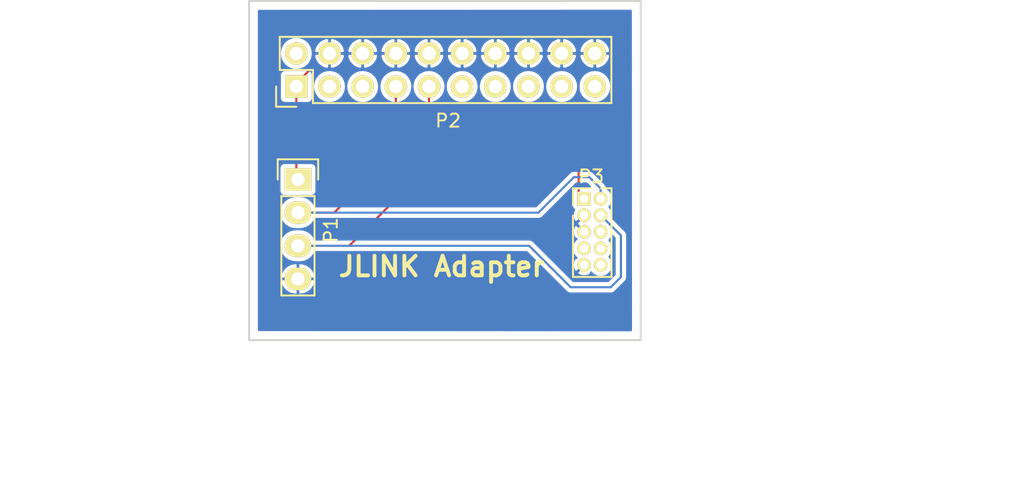
<source format=kicad_pcb>
(kicad_pcb (version 20171130) (host pcbnew "(5.1.5)-3")

  (general
    (thickness 1.6)
    (drawings 6)
    (tracks 28)
    (zones 0)
    (modules 3)
    (nets 17)
  )

  (page A4)
  (layers
    (0 F.Cu signal)
    (31 B.Cu signal)
    (32 B.Adhes user)
    (33 F.Adhes user)
    (34 B.Paste user)
    (35 F.Paste user)
    (36 B.SilkS user)
    (37 F.SilkS user)
    (38 B.Mask user)
    (39 F.Mask user)
    (40 Dwgs.User user)
    (41 Cmts.User user)
    (42 Eco1.User user)
    (43 Eco2.User user)
    (44 Edge.Cuts user)
    (45 Margin user)
    (46 B.CrtYd user)
    (47 F.CrtYd user)
    (48 B.Fab user)
    (49 F.Fab user)
  )

  (setup
    (last_trace_width 0.16)
    (user_trace_width 1)
    (user_trace_width 2)
    (trace_clearance 0.16)
    (zone_clearance 0.32)
    (zone_45_only no)
    (trace_min 0.16)
    (via_size 0.8)
    (via_drill 0.3556)
    (via_min_size 0.8)
    (via_min_drill 0.3556)
    (uvia_size 0.4)
    (uvia_drill 0.125)
    (uvias_allowed no)
    (uvia_min_size 0.4)
    (uvia_min_drill 0.125)
    (edge_width 0.15)
    (segment_width 0.2)
    (pcb_text_width 0.3)
    (pcb_text_size 1.5 1.5)
    (mod_edge_width 0.15)
    (mod_text_size 1 1)
    (mod_text_width 0.15)
    (pad_size 1.524 1.524)
    (pad_drill 0.762)
    (pad_to_mask_clearance 0.08)
    (solder_mask_min_width 0.08)
    (aux_axis_origin 0 0)
    (visible_elements 7FFFFFFF)
    (pcbplotparams
      (layerselection 0x010fc_ffffffff)
      (usegerberextensions false)
      (usegerberattributes false)
      (usegerberadvancedattributes false)
      (creategerberjobfile false)
      (excludeedgelayer true)
      (linewidth 0.020000)
      (plotframeref false)
      (viasonmask false)
      (mode 1)
      (useauxorigin true)
      (hpglpennumber 1)
      (hpglpenspeed 20)
      (hpglpendiameter 15.000000)
      (psnegative false)
      (psa4output false)
      (plotreference true)
      (plotvalue true)
      (plotinvisibletext false)
      (padsonsilk false)
      (subtractmaskfromsilk false)
      (outputformat 1)
      (mirror false)
      (drillshape 0)
      (scaleselection 1)
      (outputdirectory "JLINKadapter_gerbers/"))
  )

  (net 0 "")
  (net 1 /VTREF)
  (net 2 "Net-(P2-Pad2)")
  (net 3 "Net-(P2-Pad3)")
  (net 4 GND)
  (net 5 "Net-(P2-Pad5)")
  (net 6 /SWDIO)
  (net 7 /SWCLK)
  (net 8 "Net-(P2-Pad11)")
  (net 9 "Net-(P2-Pad13)")
  (net 10 "Net-(P2-Pad15)")
  (net 11 "Net-(P2-Pad17)")
  (net 12 "Net-(P2-Pad19)")
  (net 13 "Net-(P3-Pad7)")
  (net 14 "Net-(P3-Pad6)")
  (net 15 "Net-(P3-Pad8)")
  (net 16 "Net-(P3-Pad10)")

  (net_class Default "This is the default net class."
    (clearance 0.16)
    (trace_width 0.16)
    (via_dia 0.8)
    (via_drill 0.3556)
    (uvia_dia 0.4)
    (uvia_drill 0.125)
    (add_net /SWCLK)
    (add_net /SWDIO)
    (add_net /VTREF)
    (add_net GND)
    (add_net "Net-(P2-Pad11)")
    (add_net "Net-(P2-Pad13)")
    (add_net "Net-(P2-Pad15)")
    (add_net "Net-(P2-Pad17)")
    (add_net "Net-(P2-Pad19)")
    (add_net "Net-(P2-Pad2)")
    (add_net "Net-(P2-Pad3)")
    (add_net "Net-(P2-Pad5)")
    (add_net "Net-(P3-Pad10)")
    (add_net "Net-(P3-Pad6)")
    (add_net "Net-(P3-Pad7)")
    (add_net "Net-(P3-Pad8)")
  )

  (module JLINKAdapter:Pin_Header_Straight_2x05_Pitch1.27mm (layer F.Cu) (tedit 581540EB) (tstamp 581556CF)
    (at 166.66 94.66)
    (descr "Through hole pin header, pitch 1.27mm")
    (tags "pin header")
    (path /58153D8A)
    (fp_text reference P3 (at 0.55 -1.7) (layer F.SilkS)
      (effects (font (size 1 1) (thickness 0.15)))
    )
    (fp_text value CONN_02X05 (at -1.26 7.15) (layer F.Fab)
      (effects (font (size 1 1) (thickness 0.15)))
    )
    (fp_line (start 2.1 -0.8) (end 1.3 -0.8) (layer F.SilkS) (width 0.15))
    (fp_line (start 2.1 6) (end 2.1 -0.8) (layer F.SilkS) (width 0.15))
    (fp_line (start 2.1 6) (end -0.85 6) (layer F.SilkS) (width 0.15))
    (fp_line (start -1.1 -1.05) (end -1.1 6.3) (layer F.CrtYd) (width 0.05))
    (fp_line (start 2.35 -1.05) (end 2.35 6.3) (layer F.CrtYd) (width 0.05))
    (fp_line (start -1.1 -1.05) (end 2.35 -1.05) (layer F.CrtYd) (width 0.05))
    (fp_line (start -1.1 6.3) (end 2.35 6.3) (layer F.CrtYd) (width 0.05))
    (fp_line (start -0.85 6) (end -0.85 1.3) (layer F.SilkS) (width 0.15))
    (fp_line (start 0.5 -0.8) (end -0.85 -0.8) (layer F.SilkS) (width 0.15))
    (fp_line (start -0.85 -0.8) (end -0.85 0.5) (layer F.SilkS) (width 0.15))
    (pad 1 thru_hole rect (at 0 0) (size 1.05 1.05) (drill 0.65) (layers *.Cu *.Mask F.SilkS)
      (net 1 /VTREF))
    (pad 3 thru_hole circle (at 0 1.27) (size 1.05 1.05) (drill 0.65) (layers *.Cu *.Mask F.SilkS)
      (net 4 GND))
    (pad 5 thru_hole circle (at 0 2.54) (size 1.05 1.05) (drill 0.65) (layers *.Cu *.Mask F.SilkS)
      (net 4 GND))
    (pad 7 thru_hole circle (at 0 3.81) (size 1.05 1.05) (drill 0.65) (layers *.Cu *.Mask F.SilkS)
      (net 13 "Net-(P3-Pad7)"))
    (pad 9 thru_hole circle (at 0 5.08) (size 1.05 1.05) (drill 0.65) (layers *.Cu *.Mask F.SilkS)
      (net 4 GND))
    (pad 4 thru_hole circle (at 1.27 1.27) (size 1.05 1.05) (drill 0.65) (layers *.Cu *.Mask F.SilkS)
      (net 7 /SWCLK))
    (pad 6 thru_hole circle (at 1.27 2.54) (size 1.05 1.05) (drill 0.65) (layers *.Cu *.Mask F.SilkS)
      (net 14 "Net-(P3-Pad6)"))
    (pad 8 thru_hole circle (at 1.27 3.81) (size 1.05 1.05) (drill 0.65) (layers *.Cu *.Mask F.SilkS)
      (net 15 "Net-(P3-Pad8)"))
    (pad 10 thru_hole circle (at 1.27 5.08) (size 1.05 1.05) (drill 0.65) (layers *.Cu *.Mask F.SilkS)
      (net 16 "Net-(P3-Pad10)"))
    (pad 2 thru_hole circle (at 1.27 0) (size 1.05 1.05) (drill 0.65) (layers *.Cu *.Mask F.SilkS)
      (net 6 /SWDIO))
  )

  (module Pin_Headers:Pin_Header_Straight_2x10 (layer F.Cu) (tedit 581540F3) (tstamp 581447BB)
    (at 144.62 86.06 90)
    (descr "Through hole pin header")
    (tags "pin header")
    (path /581433C2)
    (fp_text reference P2 (at -2.62 11.62 180) (layer F.SilkS)
      (effects (font (size 1 1) (thickness 0.15)))
    )
    (fp_text value CONN_02X10 (at 5.59 10.61 180) (layer F.Fab)
      (effects (font (size 1 1) (thickness 0.15)))
    )
    (fp_line (start -1.55 -1.55) (end -1.55 0) (layer F.SilkS) (width 0.15))
    (fp_line (start 1.27 1.27) (end -1.27 1.27) (layer F.SilkS) (width 0.15))
    (fp_line (start 1.27 -1.27) (end 1.27 1.27) (layer F.SilkS) (width 0.15))
    (fp_line (start 0 -1.55) (end -1.55 -1.55) (layer F.SilkS) (width 0.15))
    (fp_line (start 3.81 -1.27) (end 1.27 -1.27) (layer F.SilkS) (width 0.15))
    (fp_line (start 3.81 24.13) (end -1.27 24.13) (layer F.SilkS) (width 0.15))
    (fp_line (start -1.27 1.27) (end -1.27 24.13) (layer F.SilkS) (width 0.15))
    (fp_line (start 3.81 24.13) (end 3.81 -1.27) (layer F.SilkS) (width 0.15))
    (fp_line (start -1.75 24.65) (end 4.3 24.65) (layer F.CrtYd) (width 0.05))
    (fp_line (start -1.75 -1.75) (end 4.3 -1.75) (layer F.CrtYd) (width 0.05))
    (fp_line (start 4.3 -1.75) (end 4.3 24.65) (layer F.CrtYd) (width 0.05))
    (fp_line (start -1.75 -1.75) (end -1.75 24.65) (layer F.CrtYd) (width 0.05))
    (pad 20 thru_hole oval (at 2.54 22.86 90) (size 1.7272 1.7272) (drill 1.016) (layers *.Cu *.Mask F.SilkS)
      (net 4 GND))
    (pad 19 thru_hole oval (at 0 22.86 90) (size 1.7272 1.7272) (drill 1.016) (layers *.Cu *.Mask F.SilkS)
      (net 12 "Net-(P2-Pad19)"))
    (pad 18 thru_hole oval (at 2.54 20.32 90) (size 1.7272 1.7272) (drill 1.016) (layers *.Cu *.Mask F.SilkS)
      (net 4 GND))
    (pad 17 thru_hole oval (at 0 20.32 90) (size 1.7272 1.7272) (drill 1.016) (layers *.Cu *.Mask F.SilkS)
      (net 11 "Net-(P2-Pad17)"))
    (pad 16 thru_hole oval (at 2.54 17.78 90) (size 1.7272 1.7272) (drill 1.016) (layers *.Cu *.Mask F.SilkS)
      (net 4 GND))
    (pad 15 thru_hole oval (at 0 17.78 90) (size 1.7272 1.7272) (drill 1.016) (layers *.Cu *.Mask F.SilkS)
      (net 10 "Net-(P2-Pad15)"))
    (pad 14 thru_hole oval (at 2.54 15.24 90) (size 1.7272 1.7272) (drill 1.016) (layers *.Cu *.Mask F.SilkS)
      (net 4 GND))
    (pad 13 thru_hole oval (at 0 15.24 90) (size 1.7272 1.7272) (drill 1.016) (layers *.Cu *.Mask F.SilkS)
      (net 9 "Net-(P2-Pad13)"))
    (pad 12 thru_hole oval (at 2.54 12.7 90) (size 1.7272 1.7272) (drill 1.016) (layers *.Cu *.Mask F.SilkS)
      (net 4 GND))
    (pad 11 thru_hole oval (at 0 12.7 90) (size 1.7272 1.7272) (drill 1.016) (layers *.Cu *.Mask F.SilkS)
      (net 8 "Net-(P2-Pad11)"))
    (pad 10 thru_hole oval (at 2.54 10.16 90) (size 1.7272 1.7272) (drill 1.016) (layers *.Cu *.Mask F.SilkS)
      (net 4 GND))
    (pad 9 thru_hole oval (at 0 10.16 90) (size 1.7272 1.7272) (drill 1.016) (layers *.Cu *.Mask F.SilkS)
      (net 7 /SWCLK))
    (pad 8 thru_hole oval (at 2.54 7.62 90) (size 1.7272 1.7272) (drill 1.016) (layers *.Cu *.Mask F.SilkS)
      (net 4 GND))
    (pad 7 thru_hole oval (at 0 7.62 90) (size 1.7272 1.7272) (drill 1.016) (layers *.Cu *.Mask F.SilkS)
      (net 6 /SWDIO))
    (pad 6 thru_hole oval (at 2.54 5.08 90) (size 1.7272 1.7272) (drill 1.016) (layers *.Cu *.Mask F.SilkS)
      (net 4 GND))
    (pad 5 thru_hole oval (at 0 5.08 90) (size 1.7272 1.7272) (drill 1.016) (layers *.Cu *.Mask F.SilkS)
      (net 5 "Net-(P2-Pad5)"))
    (pad 4 thru_hole oval (at 2.54 2.54 90) (size 1.7272 1.7272) (drill 1.016) (layers *.Cu *.Mask F.SilkS)
      (net 4 GND))
    (pad 3 thru_hole oval (at 0 2.54 90) (size 1.7272 1.7272) (drill 1.016) (layers *.Cu *.Mask F.SilkS)
      (net 3 "Net-(P2-Pad3)"))
    (pad 2 thru_hole oval (at 2.54 0 90) (size 1.7272 1.7272) (drill 1.016) (layers *.Cu *.Mask F.SilkS)
      (net 2 "Net-(P2-Pad2)"))
    (pad 1 thru_hole rect (at 0 0 90) (size 1.7272 1.7272) (drill 1.016) (layers *.Cu *.Mask F.SilkS)
      (net 1 /VTREF))
    (model Pin_Headers.3dshapes/Pin_Header_Straight_2x10.wrl
      (offset (xyz 1.269999980926514 -11.42999982833862 0))
      (scale (xyz 1 1 1))
      (rotate (xyz 0 0 90))
    )
  )

  (module Pin_Headers:Pin_Header_Straight_1x04 (layer F.Cu) (tedit 581540F0) (tstamp 58144814)
    (at 144.74 93.19)
    (descr "Through hole pin header")
    (tags "pin header")
    (path /58143384)
    (fp_text reference P1 (at 2.52 3.88 90) (layer F.SilkS)
      (effects (font (size 1 1) (thickness 0.15)))
    )
    (fp_text value CONN_01X04 (at -2.99 4 90) (layer F.Fab)
      (effects (font (size 1 1) (thickness 0.15)))
    )
    (fp_line (start -1.55 -1.55) (end 1.55 -1.55) (layer F.SilkS) (width 0.15))
    (fp_line (start -1.55 0) (end -1.55 -1.55) (layer F.SilkS) (width 0.15))
    (fp_line (start 1.27 1.27) (end -1.27 1.27) (layer F.SilkS) (width 0.15))
    (fp_line (start -1.27 8.89) (end 1.27 8.89) (layer F.SilkS) (width 0.15))
    (fp_line (start 1.55 -1.55) (end 1.55 0) (layer F.SilkS) (width 0.15))
    (fp_line (start 1.27 1.27) (end 1.27 8.89) (layer F.SilkS) (width 0.15))
    (fp_line (start -1.27 1.27) (end -1.27 8.89) (layer F.SilkS) (width 0.15))
    (fp_line (start -1.75 9.4) (end 1.75 9.4) (layer F.CrtYd) (width 0.05))
    (fp_line (start -1.75 -1.75) (end 1.75 -1.75) (layer F.CrtYd) (width 0.05))
    (fp_line (start 1.75 -1.75) (end 1.75 9.4) (layer F.CrtYd) (width 0.05))
    (fp_line (start -1.75 -1.75) (end -1.75 9.4) (layer F.CrtYd) (width 0.05))
    (pad 4 thru_hole oval (at 0 7.62) (size 2.032 1.7272) (drill 1.016) (layers *.Cu *.Mask F.SilkS)
      (net 4 GND))
    (pad 3 thru_hole oval (at 0 5.08) (size 2.032 1.7272) (drill 1.016) (layers *.Cu *.Mask F.SilkS)
      (net 7 /SWCLK))
    (pad 2 thru_hole oval (at 0 2.54) (size 2.032 1.7272) (drill 1.016) (layers *.Cu *.Mask F.SilkS)
      (net 6 /SWDIO))
    (pad 1 thru_hole rect (at 0 0) (size 2.032 1.7272) (drill 1.016) (layers *.Cu *.Mask F.SilkS)
      (net 1 /VTREF))
    (model Pin_Headers.3dshapes/Pin_Header_Straight_1x04.wrl
      (offset (xyz 0 -3.809999942779541 0))
      (scale (xyz 1 1 1))
      (rotate (xyz 0 0 90))
    )
  )

  (gr_text "Author: E. Keehr.\nThis source provided WITHOUT ANY EXPRESS OR IMPLIED WARRANTY.\nLicensed under CERN-OHL-P v2 or later.\nCopyright 2021 Superlative Semiconductor LLC." (at 121.92 111.76) (layer Cmts.User) (tstamp 6014AA08)
    (effects (font (size 1.5 1.5) (thickness 0.3)) (justify left))
  )
  (gr_text "JLINK Adapter" (at 155.75 99.86) (layer F.SilkS)
    (effects (font (size 1.5 1.5) (thickness 0.3)))
  )
  (gr_line (start 171 79.5) (end 141 79.5) (angle 90) (layer Edge.Cuts) (width 0.15))
  (gr_line (start 171 105.5) (end 171 79.5) (angle 90) (layer Edge.Cuts) (width 0.15))
  (gr_line (start 141 105.5) (end 171 105.5) (angle 90) (layer Edge.Cuts) (width 0.15))
  (gr_line (start 141 79.5) (end 141 105.5) (angle 90) (layer Edge.Cuts) (width 0.15))

  (segment (start 144.62 86.06) (end 144.62 85.81) (width 0.16) (layer F.Cu) (net 1) (status C00000))
  (segment (start 144.62 85.81) (end 145.98 84.45) (width 0.16) (layer F.Cu) (net 1) (tstamp 58217A70) (status 400000))
  (segment (start 166.24 82.95) (end 166.24 94.24) (width 0.16) (layer F.Cu) (net 1) (tstamp 58217A7D) (status 800000))
  (segment (start 165.36 82.07) (end 166.24 82.95) (width 0.16) (layer F.Cu) (net 1) (tstamp 58217A7B))
  (segment (start 146.55 82.07) (end 165.36 82.07) (width 0.16) (layer F.Cu) (net 1) (tstamp 58217A76))
  (segment (start 145.98 82.64) (end 146.55 82.07) (width 0.16) (layer F.Cu) (net 1) (tstamp 58217A75))
  (segment (start 145.98 84.45) (end 145.98 82.64) (width 0.16) (layer F.Cu) (net 1) (tstamp 58217A72))
  (segment (start 166.24 94.24) (end 166.66 94.66) (width 0.16) (layer F.Cu) (net 1) (tstamp 58217A85) (status C00000))
  (segment (start 144.62 86.06) (end 144.62 93.07) (width 0.16) (layer F.Cu) (net 1))
  (segment (start 144.62 93.07) (end 144.74 93.19) (width 0.16) (layer F.Cu) (net 1) (tstamp 58155760))
  (segment (start 144.74 95.73) (end 163.16 95.73) (width 0.16) (layer B.Cu) (net 6) (status 400000))
  (segment (start 167.93 93.88) (end 167.93 94.66) (width 0.16) (layer B.Cu) (net 6) (tstamp 58217AAA) (status 800000))
  (segment (start 167.06 93.01) (end 167.93 93.88) (width 0.16) (layer B.Cu) (net 6) (tstamp 58217AA8))
  (segment (start 165.88 93.01) (end 167.06 93.01) (width 0.16) (layer B.Cu) (net 6) (tstamp 58217AA6))
  (segment (start 163.16 95.73) (end 165.88 93.01) (width 0.16) (layer B.Cu) (net 6) (tstamp 58217AA3))
  (segment (start 144.74 95.73) (end 147.52 95.73) (width 0.16) (layer F.Cu) (net 6) (status 400000))
  (segment (start 152.24 91.01) (end 152.24 89.83) (width 0.16) (layer F.Cu) (net 6) (tstamp 58217918))
  (segment (start 147.52 95.73) (end 152.24 91.01) (width 0.16) (layer F.Cu) (net 6) (tstamp 58217915))
  (segment (start 152.24 86.06) (end 152.24 89.83) (width 0.16) (layer F.Cu) (net 6))
  (segment (start 144.74 98.27) (end 162.45 98.27) (width 0.16) (layer B.Cu) (net 7) (status 400000))
  (segment (start 169.48 97.48) (end 167.93 95.93) (width 0.16) (layer B.Cu) (net 7) (tstamp 58217AB6) (status 800000))
  (segment (start 169.48 100.67) (end 169.48 97.48) (width 0.16) (layer B.Cu) (net 7) (tstamp 58217AB4))
  (segment (start 168.7 101.45) (end 169.48 100.67) (width 0.16) (layer B.Cu) (net 7) (tstamp 58217AB2))
  (segment (start 165.63 101.45) (end 168.7 101.45) (width 0.16) (layer B.Cu) (net 7) (tstamp 58217AB0))
  (segment (start 162.45 98.27) (end 165.63 101.45) (width 0.16) (layer B.Cu) (net 7) (tstamp 58217AAE))
  (segment (start 144.74 98.27) (end 148.67 98.27) (width 0.16) (layer F.Cu) (net 7) (status 400000))
  (segment (start 154.78 92.16) (end 154.78 86.06) (width 0.16) (layer F.Cu) (net 7) (tstamp 58217990) (status 800000))
  (segment (start 148.67 98.27) (end 154.78 92.16) (width 0.16) (layer F.Cu) (net 7) (tstamp 5821798C))

  (zone (net 4) (net_name GND) (layer B.Cu) (tstamp 581557ED) (hatch edge 0.508)
    (connect_pads (clearance 0.32))
    (min_thickness 0.16)
    (fill yes (arc_segments 32) (thermal_gap 0.26) (thermal_bridge_width 0.21))
    (polygon
      (pts
        (xy 170.33 104.83) (xy 141.67 104.81) (xy 141.67 80.18) (xy 170.32 80.17)
      )
    )
    (filled_polygon
      (pts
        (xy 170.249968 104.749944) (xy 141.75 104.730056) (xy 141.75 101.022936) (xy 143.402986 101.022936) (xy 143.466052 101.247501)
        (xy 143.572955 101.457898) (xy 143.71885 101.643396) (xy 143.89813 101.796867) (xy 144.103906 101.912414) (xy 144.32827 101.985596)
        (xy 144.5626 102.0136) (xy 144.715 102.0136) (xy 144.715 100.835) (xy 144.765 100.835) (xy 144.765 102.0136)
        (xy 144.9174 102.0136) (xy 145.15173 101.985596) (xy 145.376094 101.912414) (xy 145.58187 101.796867) (xy 145.76115 101.643396)
        (xy 145.907045 101.457898) (xy 146.013948 101.247501) (xy 146.077014 101.022936) (xy 146.010721 100.835) (xy 144.765 100.835)
        (xy 144.715 100.835) (xy 143.469279 100.835) (xy 143.402986 101.022936) (xy 141.75 101.022936) (xy 141.75 100.597064)
        (xy 143.402986 100.597064) (xy 143.469279 100.785) (xy 144.715 100.785) (xy 144.715 99.6064) (xy 144.765 99.6064)
        (xy 144.765 100.785) (xy 146.010721 100.785) (xy 146.077014 100.597064) (xy 146.013948 100.372499) (xy 145.907045 100.162102)
        (xy 145.76115 99.976604) (xy 145.58187 99.823133) (xy 145.376094 99.707586) (xy 145.15173 99.634404) (xy 144.9174 99.6064)
        (xy 144.765 99.6064) (xy 144.715 99.6064) (xy 144.5626 99.6064) (xy 144.32827 99.634404) (xy 144.103906 99.707586)
        (xy 143.89813 99.823133) (xy 143.71885 99.976604) (xy 143.572955 100.162102) (xy 143.466052 100.372499) (xy 143.402986 100.597064)
        (xy 141.75 100.597064) (xy 141.75 95.721178) (xy 143.31718 95.721178) (xy 143.339531 95.966775) (xy 143.409159 96.203353)
        (xy 143.523414 96.421901) (xy 143.677941 96.614095) (xy 143.866857 96.772613) (xy 144.082964 96.891419) (xy 144.318032 96.965987)
        (xy 144.563106 96.993477) (xy 144.580749 96.9936) (xy 144.899251 96.9936) (xy 145.144686 96.969535) (xy 145.380772 96.898256)
        (xy 145.598517 96.782479) (xy 145.789627 96.626614) (xy 145.946823 96.436596) (xy 146.064117 96.219665) (xy 146.067109 96.21)
        (xy 163.16 96.21) (xy 163.204137 96.205672) (xy 163.248296 96.201809) (xy 163.250722 96.201104) (xy 163.253232 96.200858)
        (xy 163.295658 96.188049) (xy 163.338257 96.175673) (xy 163.340498 96.174511) (xy 163.342914 96.173782) (xy 163.382046 96.152975)
        (xy 163.421427 96.132562) (xy 163.423401 96.130986) (xy 163.425628 96.129802) (xy 163.459975 96.101789) (xy 163.494639 96.074117)
        (xy 163.498151 96.070653) (xy 163.498224 96.070594) (xy 163.49828 96.070527) (xy 163.499411 96.069411) (xy 166.078822 93.49)
        (xy 166.861178 93.49) (xy 167.104243 93.733065) (xy 166.135 93.733065) (xy 166.056586 93.740788) (xy 165.981186 93.76366)
        (xy 165.911697 93.800803) (xy 165.850789 93.850789) (xy 165.800803 93.911697) (xy 165.76366 93.981186) (xy 165.740788 94.056586)
        (xy 165.733065 94.135) (xy 165.733065 95.185) (xy 165.740788 95.263414) (xy 165.76366 95.338814) (xy 165.800803 95.408303)
        (xy 165.850789 95.469211) (xy 165.90277 95.511871) (xy 165.860517 95.588961) (xy 165.809345 95.751485) (xy 165.790864 95.92087)
        (xy 165.805782 96.090605) (xy 165.853528 96.254168) (xy 165.932266 96.405274) (xy 165.942412 96.420457) (xy 166.088102 96.466543)
        (xy 166.624645 95.93) (xy 166.610503 95.915858) (xy 166.645858 95.880503) (xy 166.66 95.894645) (xy 166.674143 95.880503)
        (xy 166.709498 95.915858) (xy 166.695355 95.93) (xy 166.709498 95.944143) (xy 166.674143 95.979498) (xy 166.66 95.965355)
        (xy 166.123457 96.501898) (xy 166.143418 96.565) (xy 166.123457 96.628102) (xy 166.66 97.164645) (xy 166.674143 97.150503)
        (xy 166.709498 97.185858) (xy 166.695355 97.2) (xy 166.709498 97.214143) (xy 166.674143 97.249498) (xy 166.66 97.235355)
        (xy 166.645858 97.249498) (xy 166.610503 97.214143) (xy 166.624645 97.2) (xy 166.088102 96.663457) (xy 165.942412 96.709543)
        (xy 165.860517 96.858961) (xy 165.809345 97.021485) (xy 165.790864 97.19087) (xy 165.805782 97.360605) (xy 165.853528 97.524168)
        (xy 165.932266 97.675274) (xy 165.942412 97.690457) (xy 166.0881 97.736542) (xy 166.081727 97.742915) (xy 166.077587 97.745624)
        (xy 165.94798 97.872544) (xy 165.845494 98.022222) (xy 165.774032 98.188954) (xy 165.736317 98.366392) (xy 165.733784 98.547777)
        (xy 165.76653 98.726198) (xy 165.833309 98.894862) (xy 165.931576 99.047342) (xy 166.057588 99.177832) (xy 166.073608 99.188966)
        (xy 166.0881 99.203458) (xy 165.942412 99.249543) (xy 165.860517 99.398961) (xy 165.809345 99.561485) (xy 165.790864 99.73087)
        (xy 165.805782 99.900605) (xy 165.853528 100.064168) (xy 165.932266 100.215274) (xy 165.942412 100.230457) (xy 166.088102 100.276543)
        (xy 166.624645 99.74) (xy 166.610503 99.725858) (xy 166.645858 99.690503) (xy 166.66 99.704645) (xy 166.674143 99.690503)
        (xy 166.709498 99.725858) (xy 166.695355 99.74) (xy 166.709498 99.754143) (xy 166.674143 99.789498) (xy 166.66 99.775355)
        (xy 166.123457 100.311898) (xy 166.169543 100.457588) (xy 166.318961 100.539483) (xy 166.481485 100.590655) (xy 166.65087 100.609136)
        (xy 166.820605 100.594218) (xy 166.984168 100.546472) (xy 167.135274 100.467734) (xy 167.150457 100.457588) (xy 167.196542 100.3119)
        (xy 167.200836 100.316194) (xy 167.201576 100.317342) (xy 167.327588 100.447832) (xy 167.476546 100.55136) (xy 167.642776 100.623984)
        (xy 167.819946 100.662938) (xy 168.001308 100.666737) (xy 168.179955 100.635236) (xy 168.34908 100.569637) (xy 168.502243 100.472437)
        (xy 168.633609 100.347339) (xy 168.738175 100.199107) (xy 168.811957 100.033388) (xy 168.852147 99.856494) (xy 168.85504 99.649299)
        (xy 168.819805 99.471352) (xy 168.750679 99.303637) (xy 168.650292 99.152544) (xy 168.6038 99.105726) (xy 168.633609 99.077339)
        (xy 168.738175 98.929107) (xy 168.811957 98.763388) (xy 168.852147 98.586494) (xy 168.85504 98.379299) (xy 168.819805 98.201352)
        (xy 168.750679 98.033637) (xy 168.650292 97.882544) (xy 168.6038 97.835726) (xy 168.633609 97.807339) (xy 168.738175 97.659107)
        (xy 168.811957 97.493388) (xy 168.81244 97.491262) (xy 169 97.678822) (xy 169 100.471177) (xy 168.501178 100.97)
        (xy 165.828822 100.97) (xy 162.789411 97.930589) (xy 162.755149 97.902446) (xy 162.721184 97.873946) (xy 162.718973 97.87273)
        (xy 162.717022 97.871128) (xy 162.677936 97.85017) (xy 162.639092 97.828815) (xy 162.636687 97.828052) (xy 162.634462 97.826859)
        (xy 162.592079 97.813901) (xy 162.549798 97.800489) (xy 162.547287 97.800207) (xy 162.544875 97.79947) (xy 162.500775 97.79499)
        (xy 162.456702 97.790047) (xy 162.451769 97.790012) (xy 162.451676 97.790003) (xy 162.45159 97.790011) (xy 162.45 97.79)
        (xy 146.067366 97.79) (xy 145.956586 97.578099) (xy 145.802059 97.385905) (xy 145.613143 97.227387) (xy 145.397036 97.108581)
        (xy 145.161968 97.034013) (xy 144.916894 97.006523) (xy 144.899251 97.0064) (xy 144.580749 97.0064) (xy 144.335314 97.030465)
        (xy 144.099228 97.101744) (xy 143.881483 97.217521) (xy 143.690373 97.373386) (xy 143.533177 97.563404) (xy 143.415883 97.780335)
        (xy 143.342958 98.015918) (xy 143.31718 98.261178) (xy 143.339531 98.506775) (xy 143.409159 98.743353) (xy 143.523414 98.961901)
        (xy 143.677941 99.154095) (xy 143.866857 99.312613) (xy 144.082964 99.431419) (xy 144.318032 99.505987) (xy 144.563106 99.533477)
        (xy 144.580749 99.5336) (xy 144.899251 99.5336) (xy 145.144686 99.509535) (xy 145.380772 99.438256) (xy 145.598517 99.322479)
        (xy 145.789627 99.166614) (xy 145.946823 98.976596) (xy 146.064117 98.759665) (xy 146.067109 98.75) (xy 162.251178 98.75)
        (xy 165.290589 101.789411) (xy 165.324851 101.817554) (xy 165.358816 101.846054) (xy 165.361027 101.84727) (xy 165.362978 101.848872)
        (xy 165.402064 101.86983) (xy 165.440908 101.891185) (xy 165.443313 101.891948) (xy 165.445538 101.893141) (xy 165.487921 101.906099)
        (xy 165.530202 101.919511) (xy 165.532713 101.919793) (xy 165.535125 101.92053) (xy 165.579225 101.92501) (xy 165.623298 101.929953)
        (xy 165.628231 101.929988) (xy 165.628324 101.929997) (xy 165.62841 101.929989) (xy 165.63 101.93) (xy 168.7 101.93)
        (xy 168.744137 101.925672) (xy 168.788296 101.921809) (xy 168.790722 101.921104) (xy 168.793232 101.920858) (xy 168.835658 101.908049)
        (xy 168.878257 101.895673) (xy 168.880498 101.894511) (xy 168.882914 101.893782) (xy 168.922046 101.872975) (xy 168.961427 101.852562)
        (xy 168.963401 101.850986) (xy 168.965628 101.849802) (xy 168.999975 101.821789) (xy 169.034639 101.794117) (xy 169.038151 101.790653)
        (xy 169.038224 101.790594) (xy 169.03828 101.790527) (xy 169.039411 101.789411) (xy 169.819412 101.009411) (xy 169.847579 100.975119)
        (xy 169.876054 100.941184) (xy 169.87727 100.938973) (xy 169.878872 100.937022) (xy 169.89982 100.897955) (xy 169.921185 100.859092)
        (xy 169.921949 100.856685) (xy 169.923141 100.854461) (xy 169.936094 100.812093) (xy 169.949511 100.769798) (xy 169.949793 100.767287)
        (xy 169.95053 100.764875) (xy 169.95501 100.720775) (xy 169.959953 100.676702) (xy 169.959988 100.671769) (xy 169.959997 100.671676)
        (xy 169.959989 100.67159) (xy 169.96 100.67) (xy 169.96 97.48) (xy 169.955667 97.435813) (xy 169.951808 97.391704)
        (xy 169.951105 97.389283) (xy 169.950858 97.386768) (xy 169.938036 97.3443) (xy 169.925673 97.301743) (xy 169.924511 97.299502)
        (xy 169.923782 97.297086) (xy 169.902975 97.257954) (xy 169.882562 97.218573) (xy 169.880986 97.216599) (xy 169.879802 97.214372)
        (xy 169.851789 97.180025) (xy 169.824117 97.145361) (xy 169.820653 97.141849) (xy 169.820594 97.141776) (xy 169.820527 97.14172)
        (xy 169.819411 97.140589) (xy 168.828666 96.149844) (xy 168.852147 96.046494) (xy 168.85504 95.839299) (xy 168.819805 95.661352)
        (xy 168.750679 95.493637) (xy 168.650292 95.342544) (xy 168.6038 95.295726) (xy 168.633609 95.267339) (xy 168.738175 95.119107)
        (xy 168.811957 94.953388) (xy 168.852147 94.776494) (xy 168.85504 94.569299) (xy 168.819805 94.391352) (xy 168.750679 94.223637)
        (xy 168.650292 94.072544) (xy 168.52247 93.943826) (xy 168.408736 93.867112) (xy 168.405676 93.835907) (xy 168.401809 93.791704)
        (xy 168.401104 93.789278) (xy 168.400858 93.786768) (xy 168.388049 93.744342) (xy 168.375673 93.701743) (xy 168.374511 93.699502)
        (xy 168.373782 93.697086) (xy 168.352964 93.657934) (xy 168.332562 93.618574) (xy 168.330988 93.616602) (xy 168.329802 93.614372)
        (xy 168.301772 93.580003) (xy 168.274117 93.545361) (xy 168.270653 93.541849) (xy 168.270594 93.541776) (xy 168.270527 93.54172)
        (xy 168.269411 93.540589) (xy 167.399411 92.670589) (xy 167.365149 92.642446) (xy 167.331184 92.613946) (xy 167.328973 92.61273)
        (xy 167.327022 92.611128) (xy 167.287936 92.59017) (xy 167.249092 92.568815) (xy 167.246687 92.568052) (xy 167.244462 92.566859)
        (xy 167.202079 92.553901) (xy 167.159798 92.540489) (xy 167.157287 92.540207) (xy 167.154875 92.53947) (xy 167.110775 92.53499)
        (xy 167.066702 92.530047) (xy 167.061769 92.530012) (xy 167.061676 92.530003) (xy 167.06159 92.530011) (xy 167.06 92.53)
        (xy 165.88 92.53) (xy 165.835907 92.534324) (xy 165.791704 92.538191) (xy 165.789278 92.538896) (xy 165.786768 92.539142)
        (xy 165.744342 92.551951) (xy 165.701743 92.564327) (xy 165.699502 92.565489) (xy 165.697086 92.566218) (xy 165.657934 92.587036)
        (xy 165.618574 92.607438) (xy 165.616602 92.609012) (xy 165.614372 92.610198) (xy 165.580003 92.638228) (xy 165.545361 92.665883)
        (xy 165.541849 92.669347) (xy 165.541776 92.669406) (xy 165.54172 92.669473) (xy 165.540589 92.670589) (xy 162.961178 95.25)
        (xy 146.067366 95.25) (xy 145.956586 95.038099) (xy 145.802059 94.845905) (xy 145.613143 94.687387) (xy 145.397036 94.568581)
        (xy 145.161968 94.494013) (xy 144.916894 94.466523) (xy 144.899251 94.4664) (xy 144.580749 94.4664) (xy 144.335314 94.490465)
        (xy 144.099228 94.561744) (xy 143.881483 94.677521) (xy 143.690373 94.833386) (xy 143.533177 95.023404) (xy 143.415883 95.240335)
        (xy 143.342958 95.475918) (xy 143.31718 95.721178) (xy 141.75 95.721178) (xy 141.75 92.3264) (xy 143.322065 92.3264)
        (xy 143.322065 94.0536) (xy 143.329788 94.132014) (xy 143.35266 94.207414) (xy 143.389803 94.276903) (xy 143.439789 94.337811)
        (xy 143.500697 94.387797) (xy 143.570186 94.42494) (xy 143.645586 94.447812) (xy 143.724 94.455535) (xy 145.756 94.455535)
        (xy 145.834414 94.447812) (xy 145.909814 94.42494) (xy 145.979303 94.387797) (xy 146.040211 94.337811) (xy 146.090197 94.276903)
        (xy 146.12734 94.207414) (xy 146.150212 94.132014) (xy 146.157935 94.0536) (xy 146.157935 92.3264) (xy 146.150212 92.247986)
        (xy 146.12734 92.172586) (xy 146.090197 92.103097) (xy 146.040211 92.042189) (xy 145.979303 91.992203) (xy 145.909814 91.95506)
        (xy 145.834414 91.932188) (xy 145.756 91.924465) (xy 143.724 91.924465) (xy 143.645586 91.932188) (xy 143.570186 91.95506)
        (xy 143.500697 91.992203) (xy 143.439789 92.042189) (xy 143.389803 92.103097) (xy 143.35266 92.172586) (xy 143.329788 92.247986)
        (xy 143.322065 92.3264) (xy 141.75 92.3264) (xy 141.75 85.1964) (xy 143.354465 85.1964) (xy 143.354465 86.9236)
        (xy 143.362188 87.002014) (xy 143.38506 87.077414) (xy 143.422203 87.146903) (xy 143.472189 87.207811) (xy 143.533097 87.257797)
        (xy 143.602586 87.29494) (xy 143.677986 87.317812) (xy 143.7564 87.325535) (xy 145.4836 87.325535) (xy 145.562014 87.317812)
        (xy 145.637414 87.29494) (xy 145.706903 87.257797) (xy 145.767811 87.207811) (xy 145.817797 87.146903) (xy 145.85494 87.077414)
        (xy 145.877812 87.002014) (xy 145.885535 86.9236) (xy 145.885535 86.053886) (xy 145.8964 86.053886) (xy 145.8964 86.066114)
        (xy 145.920465 86.311549) (xy 145.991744 86.547635) (xy 146.107521 86.76538) (xy 146.263386 86.95649) (xy 146.453404 87.113686)
        (xy 146.670335 87.23098) (xy 146.905918 87.303905) (xy 147.151178 87.329683) (xy 147.396775 87.307332) (xy 147.633353 87.237704)
        (xy 147.851901 87.123449) (xy 148.044095 86.968922) (xy 148.202613 86.780006) (xy 148.321419 86.563899) (xy 148.395987 86.328831)
        (xy 148.423477 86.083757) (xy 148.4236 86.066114) (xy 148.4236 86.053886) (xy 148.4364 86.053886) (xy 148.4364 86.066114)
        (xy 148.460465 86.311549) (xy 148.531744 86.547635) (xy 148.647521 86.76538) (xy 148.803386 86.95649) (xy 148.993404 87.113686)
        (xy 149.210335 87.23098) (xy 149.445918 87.303905) (xy 149.691178 87.329683) (xy 149.936775 87.307332) (xy 150.173353 87.237704)
        (xy 150.391901 87.123449) (xy 150.584095 86.968922) (xy 150.742613 86.780006) (xy 150.861419 86.563899) (xy 150.935987 86.328831)
        (xy 150.963477 86.083757) (xy 150.9636 86.066114) (xy 150.9636 86.053886) (xy 150.9764 86.053886) (xy 150.9764 86.066114)
        (xy 151.000465 86.311549) (xy 151.071744 86.547635) (xy 151.187521 86.76538) (xy 151.343386 86.95649) (xy 151.533404 87.113686)
        (xy 151.750335 87.23098) (xy 151.985918 87.303905) (xy 152.231178 87.329683) (xy 152.476775 87.307332) (xy 152.713353 87.237704)
        (xy 152.931901 87.123449) (xy 153.124095 86.968922) (xy 153.282613 86.780006) (xy 153.401419 86.563899) (xy 153.475987 86.328831)
        (xy 153.503477 86.083757) (xy 153.5036 86.066114) (xy 153.5036 86.053886) (xy 153.5164 86.053886) (xy 153.5164 86.066114)
        (xy 153.540465 86.311549) (xy 153.611744 86.547635) (xy 153.727521 86.76538) (xy 153.883386 86.95649) (xy 154.073404 87.113686)
        (xy 154.290335 87.23098) (xy 154.525918 87.303905) (xy 154.771178 87.329683) (xy 155.016775 87.307332) (xy 155.253353 87.237704)
        (xy 155.471901 87.123449) (xy 155.664095 86.968922) (xy 155.822613 86.780006) (xy 155.941419 86.563899) (xy 156.015987 86.328831)
        (xy 156.043477 86.083757) (xy 156.0436 86.066114) (xy 156.0436 86.053886) (xy 156.0564 86.053886) (xy 156.0564 86.066114)
        (xy 156.080465 86.311549) (xy 156.151744 86.547635) (xy 156.267521 86.76538) (xy 156.423386 86.95649) (xy 156.613404 87.113686)
        (xy 156.830335 87.23098) (xy 157.065918 87.303905) (xy 157.311178 87.329683) (xy 157.556775 87.307332) (xy 157.793353 87.237704)
        (xy 158.011901 87.123449) (xy 158.204095 86.968922) (xy 158.362613 86.780006) (xy 158.481419 86.563899) (xy 158.555987 86.328831)
        (xy 158.583477 86.083757) (xy 158.5836 86.066114) (xy 158.5836 86.053886) (xy 158.5964 86.053886) (xy 158.5964 86.066114)
        (xy 158.620465 86.311549) (xy 158.691744 86.547635) (xy 158.807521 86.76538) (xy 158.963386 86.95649) (xy 159.153404 87.113686)
        (xy 159.370335 87.23098) (xy 159.605918 87.303905) (xy 159.851178 87.329683) (xy 160.096775 87.307332) (xy 160.333353 87.237704)
        (xy 160.551901 87.123449) (xy 160.744095 86.968922) (xy 160.902613 86.780006) (xy 161.021419 86.563899) (xy 161.095987 86.328831)
        (xy 161.123477 86.083757) (xy 161.1236 86.066114) (xy 161.1236 86.053886) (xy 161.1364 86.053886) (xy 161.1364 86.066114)
        (xy 161.160465 86.311549) (xy 161.231744 86.547635) (xy 161.347521 86.76538) (xy 161.503386 86.95649) (xy 161.693404 87.113686)
        (xy 161.910335 87.23098) (xy 162.145918 87.303905) (xy 162.391178 87.329683) (xy 162.636775 87.307332) (xy 162.873353 87.237704)
        (xy 163.091901 87.123449) (xy 163.284095 86.968922) (xy 163.442613 86.780006) (xy 163.561419 86.563899) (xy 163.635987 86.328831)
        (xy 163.663477 86.083757) (xy 163.6636 86.066114) (xy 163.6636 86.053886) (xy 163.6764 86.053886) (xy 163.6764 86.066114)
        (xy 163.700465 86.311549) (xy 163.771744 86.547635) (xy 163.887521 86.76538) (xy 164.043386 86.95649) (xy 164.233404 87.113686)
        (xy 164.450335 87.23098) (xy 164.685918 87.303905) (xy 164.931178 87.329683) (xy 165.176775 87.307332) (xy 165.413353 87.237704)
        (xy 165.631901 87.123449) (xy 165.824095 86.968922) (xy 165.982613 86.780006) (xy 166.101419 86.563899) (xy 166.175987 86.328831)
        (xy 166.203477 86.083757) (xy 166.2036 86.066114) (xy 166.2036 86.053886) (xy 166.2164 86.053886) (xy 166.2164 86.066114)
        (xy 166.240465 86.311549) (xy 166.311744 86.547635) (xy 166.427521 86.76538) (xy 166.583386 86.95649) (xy 166.773404 87.113686)
        (xy 166.990335 87.23098) (xy 167.225918 87.303905) (xy 167.471178 87.329683) (xy 167.716775 87.307332) (xy 167.953353 87.237704)
        (xy 168.171901 87.123449) (xy 168.364095 86.968922) (xy 168.522613 86.780006) (xy 168.641419 86.563899) (xy 168.715987 86.328831)
        (xy 168.743477 86.083757) (xy 168.7436 86.066114) (xy 168.7436 86.053886) (xy 168.719535 85.808451) (xy 168.648256 85.572365)
        (xy 168.532479 85.35462) (xy 168.376614 85.16351) (xy 168.186596 85.006314) (xy 167.969665 84.88902) (xy 167.734082 84.816095)
        (xy 167.488822 84.790317) (xy 167.243225 84.812668) (xy 167.006647 84.882296) (xy 166.788099 84.996551) (xy 166.595905 85.151078)
        (xy 166.437387 85.339994) (xy 166.318581 85.556101) (xy 166.244013 85.791169) (xy 166.216523 86.036243) (xy 166.2164 86.053886)
        (xy 166.2036 86.053886) (xy 166.179535 85.808451) (xy 166.108256 85.572365) (xy 165.992479 85.35462) (xy 165.836614 85.16351)
        (xy 165.646596 85.006314) (xy 165.429665 84.88902) (xy 165.194082 84.816095) (xy 164.948822 84.790317) (xy 164.703225 84.812668)
        (xy 164.466647 84.882296) (xy 164.248099 84.996551) (xy 164.055905 85.151078) (xy 163.897387 85.339994) (xy 163.778581 85.556101)
        (xy 163.704013 85.791169) (xy 163.676523 86.036243) (xy 163.6764 86.053886) (xy 163.6636 86.053886) (xy 163.639535 85.808451)
        (xy 163.568256 85.572365) (xy 163.452479 85.35462) (xy 163.296614 85.16351) (xy 163.106596 85.006314) (xy 162.889665 84.88902)
        (xy 162.654082 84.816095) (xy 162.408822 84.790317) (xy 162.163225 84.812668) (xy 161.926647 84.882296) (xy 161.708099 84.996551)
        (xy 161.515905 85.151078) (xy 161.357387 85.339994) (xy 161.238581 85.556101) (xy 161.164013 85.791169) (xy 161.136523 86.036243)
        (xy 161.1364 86.053886) (xy 161.1236 86.053886) (xy 161.099535 85.808451) (xy 161.028256 85.572365) (xy 160.912479 85.35462)
        (xy 160.756614 85.16351) (xy 160.566596 85.006314) (xy 160.349665 84.88902) (xy 160.114082 84.816095) (xy 159.868822 84.790317)
        (xy 159.623225 84.812668) (xy 159.386647 84.882296) (xy 159.168099 84.996551) (xy 158.975905 85.151078) (xy 158.817387 85.339994)
        (xy 158.698581 85.556101) (xy 158.624013 85.791169) (xy 158.596523 86.036243) (xy 158.5964 86.053886) (xy 158.5836 86.053886)
        (xy 158.559535 85.808451) (xy 158.488256 85.572365) (xy 158.372479 85.35462) (xy 158.216614 85.16351) (xy 158.026596 85.006314)
        (xy 157.809665 84.88902) (xy 157.574082 84.816095) (xy 157.328822 84.790317) (xy 157.083225 84.812668) (xy 156.846647 84.882296)
        (xy 156.628099 84.996551) (xy 156.435905 85.151078) (xy 156.277387 85.339994) (xy 156.158581 85.556101) (xy 156.084013 85.791169)
        (xy 156.056523 86.036243) (xy 156.0564 86.053886) (xy 156.0436 86.053886) (xy 156.019535 85.808451) (xy 155.948256 85.572365)
        (xy 155.832479 85.35462) (xy 155.676614 85.16351) (xy 155.486596 85.006314) (xy 155.269665 84.88902) (xy 155.034082 84.816095)
        (xy 154.788822 84.790317) (xy 154.543225 84.812668) (xy 154.306647 84.882296) (xy 154.088099 84.996551) (xy 153.895905 85.151078)
        (xy 153.737387 85.339994) (xy 153.618581 85.556101) (xy 153.544013 85.791169) (xy 153.516523 86.036243) (xy 153.5164 86.053886)
        (xy 153.5036 86.053886) (xy 153.479535 85.808451) (xy 153.408256 85.572365) (xy 153.292479 85.35462) (xy 153.136614 85.16351)
        (xy 152.946596 85.006314) (xy 152.729665 84.88902) (xy 152.494082 84.816095) (xy 152.248822 84.790317) (xy 152.003225 84.812668)
        (xy 151.766647 84.882296) (xy 151.548099 84.996551) (xy 151.355905 85.151078) (xy 151.197387 85.339994) (xy 151.078581 85.556101)
        (xy 151.004013 85.791169) (xy 150.976523 86.036243) (xy 150.9764 86.053886) (xy 150.9636 86.053886) (xy 150.939535 85.808451)
        (xy 150.868256 85.572365) (xy 150.752479 85.35462) (xy 150.596614 85.16351) (xy 150.406596 85.006314) (xy 150.189665 84.88902)
        (xy 149.954082 84.816095) (xy 149.708822 84.790317) (xy 149.463225 84.812668) (xy 149.226647 84.882296) (xy 149.008099 84.996551)
        (xy 148.815905 85.151078) (xy 148.657387 85.339994) (xy 148.538581 85.556101) (xy 148.464013 85.791169) (xy 148.436523 86.036243)
        (xy 148.4364 86.053886) (xy 148.4236 86.053886) (xy 148.399535 85.808451) (xy 148.328256 85.572365) (xy 148.212479 85.35462)
        (xy 148.056614 85.16351) (xy 147.866596 85.006314) (xy 147.649665 84.88902) (xy 147.414082 84.816095) (xy 147.168822 84.790317)
        (xy 146.923225 84.812668) (xy 146.686647 84.882296) (xy 146.468099 84.996551) (xy 146.275905 85.151078) (xy 146.117387 85.339994)
        (xy 145.998581 85.556101) (xy 145.924013 85.791169) (xy 145.896523 86.036243) (xy 145.8964 86.053886) (xy 145.885535 86.053886)
        (xy 145.885535 85.1964) (xy 145.877812 85.117986) (xy 145.85494 85.042586) (xy 145.817797 84.973097) (xy 145.767811 84.912189)
        (xy 145.706903 84.862203) (xy 145.637414 84.82506) (xy 145.562014 84.802188) (xy 145.4836 84.794465) (xy 143.7564 84.794465)
        (xy 143.677986 84.802188) (xy 143.602586 84.82506) (xy 143.533097 84.862203) (xy 143.472189 84.912189) (xy 143.422203 84.973097)
        (xy 143.38506 85.042586) (xy 143.362188 85.117986) (xy 143.354465 85.1964) (xy 141.75 85.1964) (xy 141.75 83.513886)
        (xy 143.3564 83.513886) (xy 143.3564 83.526114) (xy 143.380465 83.771549) (xy 143.451744 84.007635) (xy 143.567521 84.22538)
        (xy 143.723386 84.41649) (xy 143.913404 84.573686) (xy 144.130335 84.69098) (xy 144.365918 84.763905) (xy 144.611178 84.789683)
        (xy 144.856775 84.767332) (xy 145.093353 84.697704) (xy 145.311901 84.583449) (xy 145.504095 84.428922) (xy 145.662613 84.240006)
        (xy 145.781419 84.023899) (xy 145.855987 83.788831) (xy 145.862256 83.732936) (xy 145.975384 83.732936) (xy 146.039688 83.959952)
        (xy 146.147045 84.17006) (xy 146.293329 84.355187) (xy 146.472919 84.508218) (xy 146.678913 84.623273) (xy 146.903395 84.695929)
        (xy 146.947064 84.704614) (xy 147.135 84.638321) (xy 147.135 83.545) (xy 147.185 83.545) (xy 147.185 84.638321)
        (xy 147.372936 84.704614) (xy 147.416605 84.695929) (xy 147.641087 84.623273) (xy 147.847081 84.508218) (xy 148.026671 84.355187)
        (xy 148.172955 84.17006) (xy 148.280312 83.959952) (xy 148.344616 83.732936) (xy 148.515384 83.732936) (xy 148.579688 83.959952)
        (xy 148.687045 84.17006) (xy 148.833329 84.355187) (xy 149.012919 84.508218) (xy 149.218913 84.623273) (xy 149.443395 84.695929)
        (xy 149.487064 84.704614) (xy 149.675 84.638321) (xy 149.675 83.545) (xy 149.725 83.545) (xy 149.725 84.638321)
        (xy 149.912936 84.704614) (xy 149.956605 84.695929) (xy 150.181087 84.623273) (xy 150.387081 84.508218) (xy 150.566671 84.355187)
        (xy 150.712955 84.17006) (xy 150.820312 83.959952) (xy 150.884616 83.732936) (xy 151.055384 83.732936) (xy 151.119688 83.959952)
        (xy 151.227045 84.17006) (xy 151.373329 84.355187) (xy 151.552919 84.508218) (xy 151.758913 84.623273) (xy 151.983395 84.695929)
        (xy 152.027064 84.704614) (xy 152.215 84.638321) (xy 152.215 83.545) (xy 152.265 83.545) (xy 152.265 84.638321)
        (xy 152.452936 84.704614) (xy 152.496605 84.695929) (xy 152.721087 84.623273) (xy 152.927081 84.508218) (xy 153.106671 84.355187)
        (xy 153.252955 84.17006) (xy 153.360312 83.959952) (xy 153.424616 83.732936) (xy 153.595384 83.732936) (xy 153.659688 83.959952)
        (xy 153.767045 84.17006) (xy 153.913329 84.355187) (xy 154.092919 84.508218) (xy 154.298913 84.623273) (xy 154.523395 84.695929)
        (xy 154.567064 84.704614) (xy 154.755 84.638321) (xy 154.755 83.545) (xy 154.805 83.545) (xy 154.805 84.638321)
        (xy 154.992936 84.704614) (xy 155.036605 84.695929) (xy 155.261087 84.623273) (xy 155.467081 84.508218) (xy 155.646671 84.355187)
        (xy 155.792955 84.17006) (xy 155.900312 83.959952) (xy 155.964616 83.732936) (xy 156.135384 83.732936) (xy 156.199688 83.959952)
        (xy 156.307045 84.17006) (xy 156.453329 84.355187) (xy 156.632919 84.508218) (xy 156.838913 84.623273) (xy 157.063395 84.695929)
        (xy 157.107064 84.704614) (xy 157.295 84.638321) (xy 157.295 83.545) (xy 157.345 83.545) (xy 157.345 84.638321)
        (xy 157.532936 84.704614) (xy 157.576605 84.695929) (xy 157.801087 84.623273) (xy 158.007081 84.508218) (xy 158.186671 84.355187)
        (xy 158.332955 84.17006) (xy 158.440312 83.959952) (xy 158.504616 83.732936) (xy 158.675384 83.732936) (xy 158.739688 83.959952)
        (xy 158.847045 84.17006) (xy 158.993329 84.355187) (xy 159.172919 84.508218) (xy 159.378913 84.623273) (xy 159.603395 84.695929)
        (xy 159.647064 84.704614) (xy 159.835 84.638321) (xy 159.835 83.545) (xy 159.885 83.545) (xy 159.885 84.638321)
        (xy 160.072936 84.704614) (xy 160.116605 84.695929) (xy 160.341087 84.623273) (xy 160.547081 84.508218) (xy 160.726671 84.355187)
        (xy 160.872955 84.17006) (xy 160.980312 83.959952) (xy 161.044616 83.732936) (xy 161.215384 83.732936) (xy 161.279688 83.959952)
        (xy 161.387045 84.17006) (xy 161.533329 84.355187) (xy 161.712919 84.508218) (xy 161.918913 84.623273) (xy 162.143395 84.695929)
        (xy 162.187064 84.704614) (xy 162.375 84.638321) (xy 162.375 83.545) (xy 162.425 83.545) (xy 162.425 84.638321)
        (xy 162.612936 84.704614) (xy 162.656605 84.695929) (xy 162.881087 84.623273) (xy 163.087081 84.508218) (xy 163.266671 84.355187)
        (xy 163.412955 84.17006) (xy 163.520312 83.959952) (xy 163.584616 83.732936) (xy 163.755384 83.732936) (xy 163.819688 83.959952)
        (xy 163.927045 84.17006) (xy 164.073329 84.355187) (xy 164.252919 84.508218) (xy 164.458913 84.623273) (xy 164.683395 84.695929)
        (xy 164.727064 84.704614) (xy 164.915 84.638321) (xy 164.915 83.545) (xy 164.965 83.545) (xy 164.965 84.638321)
        (xy 165.152936 84.704614) (xy 165.196605 84.695929) (xy 165.421087 84.623273) (xy 165.627081 84.508218) (xy 165.806671 84.355187)
        (xy 165.952955 84.17006) (xy 166.060312 83.959952) (xy 166.124616 83.732936) (xy 166.295384 83.732936) (xy 166.359688 83.959952)
        (xy 166.467045 84.17006) (xy 166.613329 84.355187) (xy 166.792919 84.508218) (xy 166.998913 84.623273) (xy 167.223395 84.695929)
        (xy 167.267064 84.704614) (xy 167.455 84.638321) (xy 167.455 83.545) (xy 167.505 83.545) (xy 167.505 84.638321)
        (xy 167.692936 84.704614) (xy 167.736605 84.695929) (xy 167.961087 84.623273) (xy 168.167081 84.508218) (xy 168.346671 84.355187)
        (xy 168.492955 84.17006) (xy 168.600312 83.959952) (xy 168.664616 83.732936) (xy 168.598342 83.545) (xy 167.505 83.545)
        (xy 167.455 83.545) (xy 166.361658 83.545) (xy 166.295384 83.732936) (xy 166.124616 83.732936) (xy 166.058342 83.545)
        (xy 164.965 83.545) (xy 164.915 83.545) (xy 163.821658 83.545) (xy 163.755384 83.732936) (xy 163.584616 83.732936)
        (xy 163.518342 83.545) (xy 162.425 83.545) (xy 162.375 83.545) (xy 161.281658 83.545) (xy 161.215384 83.732936)
        (xy 161.044616 83.732936) (xy 160.978342 83.545) (xy 159.885 83.545) (xy 159.835 83.545) (xy 158.741658 83.545)
        (xy 158.675384 83.732936) (xy 158.504616 83.732936) (xy 158.438342 83.545) (xy 157.345 83.545) (xy 157.295 83.545)
        (xy 156.201658 83.545) (xy 156.135384 83.732936) (xy 155.964616 83.732936) (xy 155.898342 83.545) (xy 154.805 83.545)
        (xy 154.755 83.545) (xy 153.661658 83.545) (xy 153.595384 83.732936) (xy 153.424616 83.732936) (xy 153.358342 83.545)
        (xy 152.265 83.545) (xy 152.215 83.545) (xy 151.121658 83.545) (xy 151.055384 83.732936) (xy 150.884616 83.732936)
        (xy 150.818342 83.545) (xy 149.725 83.545) (xy 149.675 83.545) (xy 148.581658 83.545) (xy 148.515384 83.732936)
        (xy 148.344616 83.732936) (xy 148.278342 83.545) (xy 147.185 83.545) (xy 147.135 83.545) (xy 146.041658 83.545)
        (xy 145.975384 83.732936) (xy 145.862256 83.732936) (xy 145.883477 83.543757) (xy 145.8836 83.526114) (xy 145.8836 83.513886)
        (xy 145.863322 83.307064) (xy 145.975384 83.307064) (xy 146.041658 83.495) (xy 147.135 83.495) (xy 147.135 82.401679)
        (xy 147.185 82.401679) (xy 147.185 83.495) (xy 148.278342 83.495) (xy 148.344616 83.307064) (xy 148.515384 83.307064)
        (xy 148.581658 83.495) (xy 149.675 83.495) (xy 149.675 82.401679) (xy 149.725 82.401679) (xy 149.725 83.495)
        (xy 150.818342 83.495) (xy 150.884616 83.307064) (xy 151.055384 83.307064) (xy 151.121658 83.495) (xy 152.215 83.495)
        (xy 152.215 82.401679) (xy 152.265 82.401679) (xy 152.265 83.495) (xy 153.358342 83.495) (xy 153.424616 83.307064)
        (xy 153.595384 83.307064) (xy 153.661658 83.495) (xy 154.755 83.495) (xy 154.755 82.401679) (xy 154.805 82.401679)
        (xy 154.805 83.495) (xy 155.898342 83.495) (xy 155.964616 83.307064) (xy 156.135384 83.307064) (xy 156.201658 83.495)
        (xy 157.295 83.495) (xy 157.295 82.401679) (xy 157.345 82.401679) (xy 157.345 83.495) (xy 158.438342 83.495)
        (xy 158.504616 83.307064) (xy 158.675384 83.307064) (xy 158.741658 83.495) (xy 159.835 83.495) (xy 159.835 82.401679)
        (xy 159.885 82.401679) (xy 159.885 83.495) (xy 160.978342 83.495) (xy 161.044616 83.307064) (xy 161.215384 83.307064)
        (xy 161.281658 83.495) (xy 162.375 83.495) (xy 162.375 82.401679) (xy 162.425 82.401679) (xy 162.425 83.495)
        (xy 163.518342 83.495) (xy 163.584616 83.307064) (xy 163.755384 83.307064) (xy 163.821658 83.495) (xy 164.915 83.495)
        (xy 164.915 82.401679) (xy 164.965 82.401679) (xy 164.965 83.495) (xy 166.058342 83.495) (xy 166.124616 83.307064)
        (xy 166.295384 83.307064) (xy 166.361658 83.495) (xy 167.455 83.495) (xy 167.455 82.401679) (xy 167.505 82.401679)
        (xy 167.505 83.495) (xy 168.598342 83.495) (xy 168.664616 83.307064) (xy 168.600312 83.080048) (xy 168.492955 82.86994)
        (xy 168.346671 82.684813) (xy 168.167081 82.531782) (xy 167.961087 82.416727) (xy 167.736605 82.344071) (xy 167.692936 82.335386)
        (xy 167.505 82.401679) (xy 167.455 82.401679) (xy 167.267064 82.335386) (xy 167.223395 82.344071) (xy 166.998913 82.416727)
        (xy 166.792919 82.531782) (xy 166.613329 82.684813) (xy 166.467045 82.86994) (xy 166.359688 83.080048) (xy 166.295384 83.307064)
        (xy 166.124616 83.307064) (xy 166.060312 83.080048) (xy 165.952955 82.86994) (xy 165.806671 82.684813) (xy 165.627081 82.531782)
        (xy 165.421087 82.416727) (xy 165.196605 82.344071) (xy 165.152936 82.335386) (xy 164.965 82.401679) (xy 164.915 82.401679)
        (xy 164.727064 82.335386) (xy 164.683395 82.344071) (xy 164.458913 82.416727) (xy 164.252919 82.531782) (xy 164.073329 82.684813)
        (xy 163.927045 82.86994) (xy 163.819688 83.080048) (xy 163.755384 83.307064) (xy 163.584616 83.307064) (xy 163.520312 83.080048)
        (xy 163.412955 82.86994) (xy 163.266671 82.684813) (xy 163.087081 82.531782) (xy 162.881087 82.416727) (xy 162.656605 82.344071)
        (xy 162.612936 82.335386) (xy 162.425 82.401679) (xy 162.375 82.401679) (xy 162.187064 82.335386) (xy 162.143395 82.344071)
        (xy 161.918913 82.416727) (xy 161.712919 82.531782) (xy 161.533329 82.684813) (xy 161.387045 82.86994) (xy 161.279688 83.080048)
        (xy 161.215384 83.307064) (xy 161.044616 83.307064) (xy 160.980312 83.080048) (xy 160.872955 82.86994) (xy 160.726671 82.684813)
        (xy 160.547081 82.531782) (xy 160.341087 82.416727) (xy 160.116605 82.344071) (xy 160.072936 82.335386) (xy 159.885 82.401679)
        (xy 159.835 82.401679) (xy 159.647064 82.335386) (xy 159.603395 82.344071) (xy 159.378913 82.416727) (xy 159.172919 82.531782)
        (xy 158.993329 82.684813) (xy 158.847045 82.86994) (xy 158.739688 83.080048) (xy 158.675384 83.307064) (xy 158.504616 83.307064)
        (xy 158.440312 83.080048) (xy 158.332955 82.86994) (xy 158.186671 82.684813) (xy 158.007081 82.531782) (xy 157.801087 82.416727)
        (xy 157.576605 82.344071) (xy 157.532936 82.335386) (xy 157.345 82.401679) (xy 157.295 82.401679) (xy 157.107064 82.335386)
        (xy 157.063395 82.344071) (xy 156.838913 82.416727) (xy 156.632919 82.531782) (xy 156.453329 82.684813) (xy 156.307045 82.86994)
        (xy 156.199688 83.080048) (xy 156.135384 83.307064) (xy 155.964616 83.307064) (xy 155.900312 83.080048) (xy 155.792955 82.86994)
        (xy 155.646671 82.684813) (xy 155.467081 82.531782) (xy 155.261087 82.416727) (xy 155.036605 82.344071) (xy 154.992936 82.335386)
        (xy 154.805 82.401679) (xy 154.755 82.401679) (xy 154.567064 82.335386) (xy 154.523395 82.344071) (xy 154.298913 82.416727)
        (xy 154.092919 82.531782) (xy 153.913329 82.684813) (xy 153.767045 82.86994) (xy 153.659688 83.080048) (xy 153.595384 83.307064)
        (xy 153.424616 83.307064) (xy 153.360312 83.080048) (xy 153.252955 82.86994) (xy 153.106671 82.684813) (xy 152.927081 82.531782)
        (xy 152.721087 82.416727) (xy 152.496605 82.344071) (xy 152.452936 82.335386) (xy 152.265 82.401679) (xy 152.215 82.401679)
        (xy 152.027064 82.335386) (xy 151.983395 82.344071) (xy 151.758913 82.416727) (xy 151.552919 82.531782) (xy 151.373329 82.684813)
        (xy 151.227045 82.86994) (xy 151.119688 83.080048) (xy 151.055384 83.307064) (xy 150.884616 83.307064) (xy 150.820312 83.080048)
        (xy 150.712955 82.86994) (xy 150.566671 82.684813) (xy 150.387081 82.531782) (xy 150.181087 82.416727) (xy 149.956605 82.344071)
        (xy 149.912936 82.335386) (xy 149.725 82.401679) (xy 149.675 82.401679) (xy 149.487064 82.335386) (xy 149.443395 82.344071)
        (xy 149.218913 82.416727) (xy 149.012919 82.531782) (xy 148.833329 82.684813) (xy 148.687045 82.86994) (xy 148.579688 83.080048)
        (xy 148.515384 83.307064) (xy 148.344616 83.307064) (xy 148.280312 83.080048) (xy 148.172955 82.86994) (xy 148.026671 82.684813)
        (xy 147.847081 82.531782) (xy 147.641087 82.416727) (xy 147.416605 82.344071) (xy 147.372936 82.335386) (xy 147.185 82.401679)
        (xy 147.135 82.401679) (xy 146.947064 82.335386) (xy 146.903395 82.344071) (xy 146.678913 82.416727) (xy 146.472919 82.531782)
        (xy 146.293329 82.684813) (xy 146.147045 82.86994) (xy 146.039688 83.080048) (xy 145.975384 83.307064) (xy 145.863322 83.307064)
        (xy 145.859535 83.268451) (xy 145.788256 83.032365) (xy 145.672479 82.81462) (xy 145.516614 82.62351) (xy 145.326596 82.466314)
        (xy 145.109665 82.34902) (xy 144.874082 82.276095) (xy 144.628822 82.250317) (xy 144.383225 82.272668) (xy 144.146647 82.342296)
        (xy 143.928099 82.456551) (xy 143.735905 82.611078) (xy 143.577387 82.799994) (xy 143.458581 83.016101) (xy 143.384013 83.251169)
        (xy 143.356523 83.496243) (xy 143.3564 83.513886) (xy 141.75 83.513886) (xy 141.75 80.259972) (xy 170.240032 80.250028)
      )
    )
  )
)

</source>
